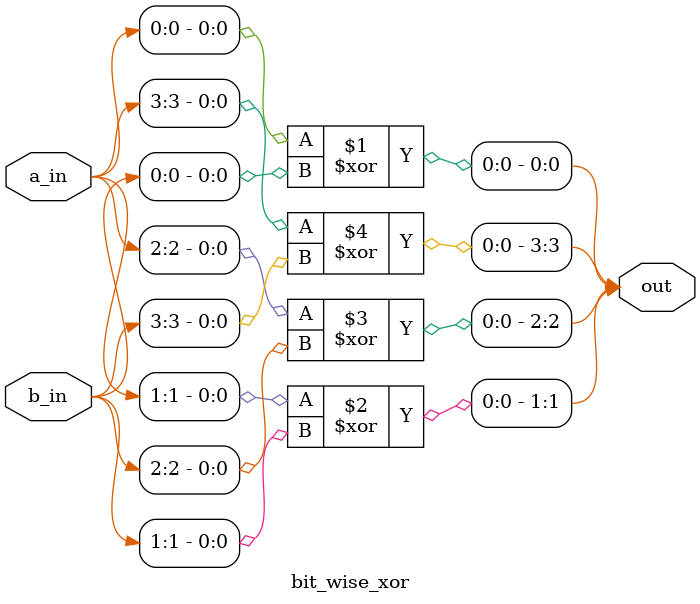
<source format=v>

module bit_wise_xor (
  a_in, b_in, out
);
  parameter N = 4;
  input [N-1:0]a_in, b_in;
  output [N-1:0] out;

  wire [N-1:0]a_in, b_in;
  wire [N-1:0]out;

  genvar i;  // 该变量只能用在生成块中
  generate
    for (i=0; i<N; i=i+1)
      begin : xor_loop
        xor (out[i], a_in[i], b_in[i]);  // 生成块的本质是使用循环内的一条语句代替多条重复的Verilog语句
      end
  endgenerate
  
endmodule
</source>
